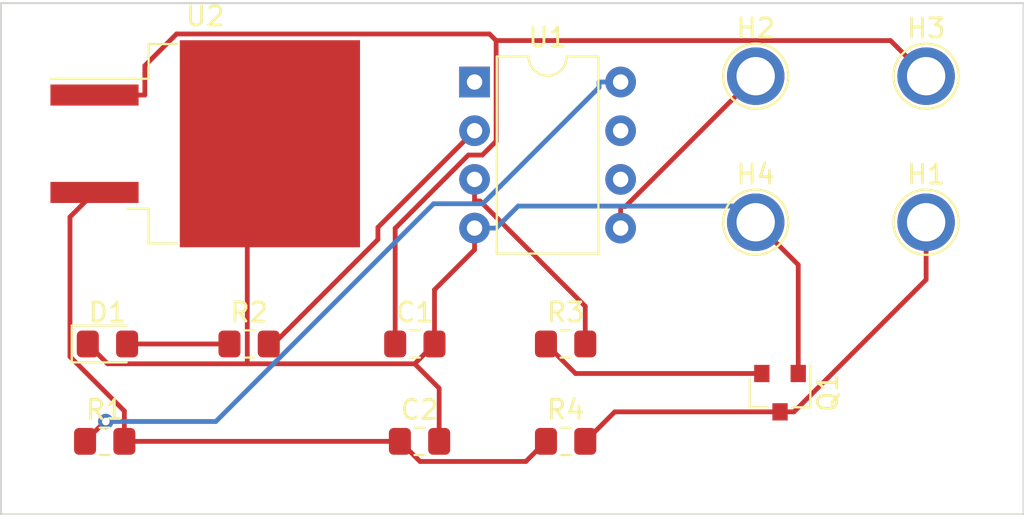
<source format=kicad_pcb>
(kicad_pcb (version 20171130) (host pcbnew 5.1.6)

  (general
    (thickness 1.6)
    (drawings 4)
    (tracks 69)
    (zones 0)
    (modules 14)
    (nets 14)
  )

  (page A4)
  (layers
    (0 F.Cu signal)
    (31 B.Cu signal)
    (32 B.Adhes user hide)
    (33 F.Adhes user hide)
    (34 B.Paste user hide)
    (35 F.Paste user hide)
    (36 B.SilkS user hide)
    (37 F.SilkS user)
    (38 B.Mask user hide)
    (39 F.Mask user)
    (40 Dwgs.User user hide)
    (41 Cmts.User user hide)
    (42 Eco1.User user hide)
    (43 Eco2.User user hide)
    (44 Edge.Cuts user)
    (45 Margin user hide)
    (46 B.CrtYd user hide)
    (47 F.CrtYd user)
    (48 B.Fab user)
    (49 F.Fab user)
  )

  (setup
    (last_trace_width 0.25)
    (trace_clearance 0.2)
    (zone_clearance 0.508)
    (zone_45_only no)
    (trace_min 0.2)
    (via_size 0.8)
    (via_drill 0.4)
    (via_min_size 0.4)
    (via_min_drill 0.3)
    (uvia_size 0.3)
    (uvia_drill 0.1)
    (uvias_allowed no)
    (uvia_min_size 0.2)
    (uvia_min_drill 0.1)
    (edge_width 0.05)
    (segment_width 0.2)
    (pcb_text_width 0.3)
    (pcb_text_size 1.5 1.5)
    (mod_edge_width 0.12)
    (mod_text_size 1 1)
    (mod_text_width 0.15)
    (pad_size 1.524 1.524)
    (pad_drill 0.762)
    (pad_to_mask_clearance 0.05)
    (aux_axis_origin 0 0)
    (visible_elements FFFFFF7F)
    (pcbplotparams
      (layerselection 0x3ffff_ffffffff)
      (usegerberextensions false)
      (usegerberattributes true)
      (usegerberadvancedattributes true)
      (creategerberjobfile false)
      (excludeedgelayer true)
      (linewidth 0.100000)
      (plotframeref false)
      (viasonmask false)
      (mode 1)
      (useauxorigin false)
      (hpglpennumber 1)
      (hpglpenspeed 20)
      (hpglpendiameter 15.000000)
      (psnegative false)
      (psa4output false)
      (plotreference true)
      (plotvalue true)
      (plotinvisibletext false)
      (padsonsilk false)
      (subtractmaskfromsilk false)
      (outputformat 1)
      (mirror false)
      (drillshape 0)
      (scaleselection 1)
      (outputdirectory "plots/"))
  )

  (net 0 "")
  (net 1 "Net-(D1-Pad2)")
  (net 2 "Net-(R1-Pad1)")
  (net 3 "Net-(R2-Pad2)")
  (net 4 "Net-(U1-Pad6)")
  (net 5 "Net-(U1-Pad1)")
  (net 6 "Net-(H1-Pad1)")
  (net 7 "Net-(H2-Pad1)")
  (net 8 "Net-(U1-Pad7)")
  (net 9 "Net-(C1-Pad2)")
  (net 10 "Net-(C1-Pad1)")
  (net 11 "Net-(C2-Pad1)")
  (net 12 "Net-(Q1-Pad2)")
  (net 13 "Net-(R3-Pad2)")

  (net_class Default "This is the default net class."
    (clearance 0.2)
    (trace_width 0.25)
    (via_dia 0.8)
    (via_drill 0.4)
    (uvia_dia 0.3)
    (uvia_drill 0.1)
    (add_net "Net-(C1-Pad1)")
    (add_net "Net-(C1-Pad2)")
    (add_net "Net-(C2-Pad1)")
    (add_net "Net-(D1-Pad2)")
    (add_net "Net-(H1-Pad1)")
    (add_net "Net-(H2-Pad1)")
    (add_net "Net-(Q1-Pad2)")
    (add_net "Net-(R1-Pad1)")
    (add_net "Net-(R2-Pad2)")
    (add_net "Net-(R3-Pad2)")
    (add_net "Net-(U1-Pad1)")
    (add_net "Net-(U1-Pad6)")
    (add_net "Net-(U1-Pad7)")
  )

  (module Package_TO_SOT_SMD:TO-263-2 (layer F.Cu) (tedit 5A70FB7B) (tstamp 5EE83362)
    (at 30.975 25.115)
    (descr "TO-263 / D2PAK / DDPAK SMD package, http://www.infineon.com/cms/en/product/packages/PG-TO263/PG-TO263-3-1/")
    (tags "D2PAK DDPAK TO-263 D2PAK-3 TO-263-3 SOT-404")
    (path /5EE809B0)
    (attr smd)
    (fp_text reference U2 (at 0 -6.65) (layer F.SilkS)
      (effects (font (size 1 1) (thickness 0.15)))
    )
    (fp_text value L7805 (at 0 6.65) (layer F.Fab)
      (effects (font (size 1 1) (thickness 0.15)))
    )
    (fp_text user %R (at 0 0) (layer F.Fab)
      (effects (font (size 1 1) (thickness 0.15)))
    )
    (fp_line (start 6.5 -5) (end 7.5 -5) (layer F.Fab) (width 0.1))
    (fp_line (start 7.5 -5) (end 7.5 5) (layer F.Fab) (width 0.1))
    (fp_line (start 7.5 5) (end 6.5 5) (layer F.Fab) (width 0.1))
    (fp_line (start 6.5 -5) (end 6.5 5) (layer F.Fab) (width 0.1))
    (fp_line (start 6.5 5) (end -2.75 5) (layer F.Fab) (width 0.1))
    (fp_line (start -2.75 5) (end -2.75 -4) (layer F.Fab) (width 0.1))
    (fp_line (start -2.75 -4) (end -1.75 -5) (layer F.Fab) (width 0.1))
    (fp_line (start -1.75 -5) (end 6.5 -5) (layer F.Fab) (width 0.1))
    (fp_line (start -2.75 -3.04) (end -7.45 -3.04) (layer F.Fab) (width 0.1))
    (fp_line (start -7.45 -3.04) (end -7.45 -2.04) (layer F.Fab) (width 0.1))
    (fp_line (start -7.45 -2.04) (end -2.75 -2.04) (layer F.Fab) (width 0.1))
    (fp_line (start -2.75 2.04) (end -7.45 2.04) (layer F.Fab) (width 0.1))
    (fp_line (start -7.45 2.04) (end -7.45 3.04) (layer F.Fab) (width 0.1))
    (fp_line (start -7.45 3.04) (end -2.75 3.04) (layer F.Fab) (width 0.1))
    (fp_line (start -1.45 -5.2) (end -2.95 -5.2) (layer F.SilkS) (width 0.12))
    (fp_line (start -2.95 -5.2) (end -2.95 -3.39) (layer F.SilkS) (width 0.12))
    (fp_line (start -2.95 -3.39) (end -8.075 -3.39) (layer F.SilkS) (width 0.12))
    (fp_line (start -1.45 5.2) (end -2.95 5.2) (layer F.SilkS) (width 0.12))
    (fp_line (start -2.95 5.2) (end -2.95 3.39) (layer F.SilkS) (width 0.12))
    (fp_line (start -2.95 3.39) (end -4.05 3.39) (layer F.SilkS) (width 0.12))
    (fp_line (start -8.32 -5.65) (end -8.32 5.65) (layer F.CrtYd) (width 0.05))
    (fp_line (start -8.32 5.65) (end 8.32 5.65) (layer F.CrtYd) (width 0.05))
    (fp_line (start 8.32 5.65) (end 8.32 -5.65) (layer F.CrtYd) (width 0.05))
    (fp_line (start 8.32 -5.65) (end -8.32 -5.65) (layer F.CrtYd) (width 0.05))
    (pad "" smd rect (at 0.95 2.775) (size 4.55 5.25) (layers F.Paste))
    (pad "" smd rect (at 5.8 -2.775) (size 4.55 5.25) (layers F.Paste))
    (pad "" smd rect (at 0.95 -2.775) (size 4.55 5.25) (layers F.Paste))
    (pad "" smd rect (at 5.8 2.775) (size 4.55 5.25) (layers F.Paste))
    (pad 2 smd rect (at 3.375 0) (size 9.4 10.8) (layers F.Cu F.Mask)
      (net 9 "Net-(C1-Pad2)"))
    (pad 3 smd rect (at -5.775 2.54) (size 4.6 1.1) (layers F.Cu F.Paste F.Mask)
      (net 11 "Net-(C2-Pad1)"))
    (pad 1 smd rect (at -5.775 -2.54) (size 4.6 1.1) (layers F.Cu F.Paste F.Mask)
      (net 10 "Net-(C1-Pad1)"))
    (model ${KISYS3DMOD}/Package_TO_SOT_SMD.3dshapes/TO-263-2.wrl
      (at (xyz 0 0 0))
      (scale (xyz 1 1 1))
      (rotate (xyz 0 0 0))
    )
  )

  (module Resistor_SMD:R_0805_2012Metric_Pad1.15x1.40mm_HandSolder (layer F.Cu) (tedit 5B36C52B) (tstamp 5EE8331E)
    (at 33.265 35.56)
    (descr "Resistor SMD 0805 (2012 Metric), square (rectangular) end terminal, IPC_7351 nominal with elongated pad for handsoldering. (Body size source: https://docs.google.com/spreadsheets/d/1BsfQQcO9C6DZCsRaXUlFlo91Tg2WpOkGARC1WS5S8t0/edit?usp=sharing), generated with kicad-footprint-generator")
    (tags "resistor handsolder")
    (path /5EE86B41)
    (attr smd)
    (fp_text reference R2 (at 0 -1.65) (layer F.SilkS)
      (effects (font (size 1 1) (thickness 0.15)))
    )
    (fp_text value 500R (at 0 1.65) (layer F.Fab)
      (effects (font (size 1 1) (thickness 0.15)))
    )
    (fp_text user %R (at 0 0) (layer F.Fab)
      (effects (font (size 0.5 0.5) (thickness 0.08)))
    )
    (fp_line (start -1 0.6) (end -1 -0.6) (layer F.Fab) (width 0.1))
    (fp_line (start -1 -0.6) (end 1 -0.6) (layer F.Fab) (width 0.1))
    (fp_line (start 1 -0.6) (end 1 0.6) (layer F.Fab) (width 0.1))
    (fp_line (start 1 0.6) (end -1 0.6) (layer F.Fab) (width 0.1))
    (fp_line (start -0.261252 -0.71) (end 0.261252 -0.71) (layer F.SilkS) (width 0.12))
    (fp_line (start -0.261252 0.71) (end 0.261252 0.71) (layer F.SilkS) (width 0.12))
    (fp_line (start -1.85 0.95) (end -1.85 -0.95) (layer F.CrtYd) (width 0.05))
    (fp_line (start -1.85 -0.95) (end 1.85 -0.95) (layer F.CrtYd) (width 0.05))
    (fp_line (start 1.85 -0.95) (end 1.85 0.95) (layer F.CrtYd) (width 0.05))
    (fp_line (start 1.85 0.95) (end -1.85 0.95) (layer F.CrtYd) (width 0.05))
    (pad 2 smd roundrect (at 1.025 0) (size 1.15 1.4) (layers F.Cu F.Paste F.Mask) (roundrect_rratio 0.217391)
      (net 3 "Net-(R2-Pad2)"))
    (pad 1 smd roundrect (at -1.025 0) (size 1.15 1.4) (layers F.Cu F.Paste F.Mask) (roundrect_rratio 0.217391)
      (net 1 "Net-(D1-Pad2)"))
    (model ${KISYS3DMOD}/Resistor_SMD.3dshapes/R_0805_2012Metric.wrl
      (at (xyz 0 0 0))
      (scale (xyz 1 1 1))
      (rotate (xyz 0 0 0))
    )
  )

  (module Resistor_SMD:R_0805_2012Metric_Pad1.15x1.40mm_HandSolder (layer F.Cu) (tedit 5B36C52B) (tstamp 5EEB3BCB)
    (at 25.7325 40.64)
    (descr "Resistor SMD 0805 (2012 Metric), square (rectangular) end terminal, IPC_7351 nominal with elongated pad for handsoldering. (Body size source: https://docs.google.com/spreadsheets/d/1BsfQQcO9C6DZCsRaXUlFlo91Tg2WpOkGARC1WS5S8t0/edit?usp=sharing), generated with kicad-footprint-generator")
    (tags "resistor handsolder")
    (path /5EE85CEA)
    (attr smd)
    (fp_text reference R1 (at 0 -1.65) (layer F.SilkS)
      (effects (font (size 1 1) (thickness 0.15)))
    )
    (fp_text value 200R (at 0 1.65) (layer F.Fab)
      (effects (font (size 1 1) (thickness 0.15)))
    )
    (fp_text user %R (at 0 0) (layer F.Fab)
      (effects (font (size 0.5 0.5) (thickness 0.08)))
    )
    (fp_line (start -1 0.6) (end -1 -0.6) (layer F.Fab) (width 0.1))
    (fp_line (start -1 -0.6) (end 1 -0.6) (layer F.Fab) (width 0.1))
    (fp_line (start 1 -0.6) (end 1 0.6) (layer F.Fab) (width 0.1))
    (fp_line (start 1 0.6) (end -1 0.6) (layer F.Fab) (width 0.1))
    (fp_line (start -0.261252 -0.71) (end 0.261252 -0.71) (layer F.SilkS) (width 0.12))
    (fp_line (start -0.261252 0.71) (end 0.261252 0.71) (layer F.SilkS) (width 0.12))
    (fp_line (start -1.85 0.95) (end -1.85 -0.95) (layer F.CrtYd) (width 0.05))
    (fp_line (start -1.85 -0.95) (end 1.85 -0.95) (layer F.CrtYd) (width 0.05))
    (fp_line (start 1.85 -0.95) (end 1.85 0.95) (layer F.CrtYd) (width 0.05))
    (fp_line (start 1.85 0.95) (end -1.85 0.95) (layer F.CrtYd) (width 0.05))
    (pad 2 smd roundrect (at 1.025 0) (size 1.15 1.4) (layers F.Cu F.Paste F.Mask) (roundrect_rratio 0.217391)
      (net 11 "Net-(C2-Pad1)"))
    (pad 1 smd roundrect (at -1.025 0) (size 1.15 1.4) (layers F.Cu F.Paste F.Mask) (roundrect_rratio 0.217391)
      (net 2 "Net-(R1-Pad1)"))
    (model ${KISYS3DMOD}/Resistor_SMD.3dshapes/R_0805_2012Metric.wrl
      (at (xyz 0 0 0))
      (scale (xyz 1 1 1))
      (rotate (xyz 0 0 0))
    )
  )

  (module LED_SMD:LED_0805_2012Metric_Pad1.15x1.40mm_HandSolder (layer F.Cu) (tedit 5B4B45C9) (tstamp 5EE832FC)
    (at 25.875 35.56)
    (descr "LED SMD 0805 (2012 Metric), square (rectangular) end terminal, IPC_7351 nominal, (Body size source: https://docs.google.com/spreadsheets/d/1BsfQQcO9C6DZCsRaXUlFlo91Tg2WpOkGARC1WS5S8t0/edit?usp=sharing), generated with kicad-footprint-generator")
    (tags "LED handsolder")
    (path /5EE84EA5)
    (attr smd)
    (fp_text reference D1 (at 0 -1.65) (layer F.SilkS)
      (effects (font (size 1 1) (thickness 0.15)))
    )
    (fp_text value LED (at 0 1.65) (layer F.Fab)
      (effects (font (size 1 1) (thickness 0.15)))
    )
    (fp_text user %R (at 0 0) (layer F.Fab)
      (effects (font (size 0.5 0.5) (thickness 0.08)))
    )
    (fp_line (start 1 -0.6) (end -0.7 -0.6) (layer F.Fab) (width 0.1))
    (fp_line (start -0.7 -0.6) (end -1 -0.3) (layer F.Fab) (width 0.1))
    (fp_line (start -1 -0.3) (end -1 0.6) (layer F.Fab) (width 0.1))
    (fp_line (start -1 0.6) (end 1 0.6) (layer F.Fab) (width 0.1))
    (fp_line (start 1 0.6) (end 1 -0.6) (layer F.Fab) (width 0.1))
    (fp_line (start 1 -0.96) (end -1.86 -0.96) (layer F.SilkS) (width 0.12))
    (fp_line (start -1.86 -0.96) (end -1.86 0.96) (layer F.SilkS) (width 0.12))
    (fp_line (start -1.86 0.96) (end 1 0.96) (layer F.SilkS) (width 0.12))
    (fp_line (start -1.85 0.95) (end -1.85 -0.95) (layer F.CrtYd) (width 0.05))
    (fp_line (start -1.85 -0.95) (end 1.85 -0.95) (layer F.CrtYd) (width 0.05))
    (fp_line (start 1.85 -0.95) (end 1.85 0.95) (layer F.CrtYd) (width 0.05))
    (fp_line (start 1.85 0.95) (end -1.85 0.95) (layer F.CrtYd) (width 0.05))
    (pad 2 smd roundrect (at 1.025 0) (size 1.15 1.4) (layers F.Cu F.Paste F.Mask) (roundrect_rratio 0.217391)
      (net 1 "Net-(D1-Pad2)"))
    (pad 1 smd roundrect (at -1.025 0) (size 1.15 1.4) (layers F.Cu F.Paste F.Mask) (roundrect_rratio 0.217391)
      (net 9 "Net-(C1-Pad2)"))
    (model ${KISYS3DMOD}/LED_SMD.3dshapes/LED_0805_2012Metric.wrl
      (at (xyz 0 0 0))
      (scale (xyz 1 1 1))
      (rotate (xyz 0 0 0))
    )
  )

  (module Resistor_SMD:R_0805_2012Metric_Pad1.15x1.40mm_HandSolder (layer F.Cu) (tedit 5B36C52B) (tstamp 5F01067D)
    (at 49.775 40.64)
    (descr "Resistor SMD 0805 (2012 Metric), square (rectangular) end terminal, IPC_7351 nominal with elongated pad for handsoldering. (Body size source: https://docs.google.com/spreadsheets/d/1BsfQQcO9C6DZCsRaXUlFlo91Tg2WpOkGARC1WS5S8t0/edit?usp=sharing), generated with kicad-footprint-generator")
    (tags "resistor handsolder")
    (path /5F0212E3)
    (attr smd)
    (fp_text reference R4 (at 0 -1.65) (layer F.SilkS)
      (effects (font (size 1 1) (thickness 0.15)))
    )
    (fp_text value 1k (at 0 1.65) (layer F.Fab)
      (effects (font (size 1 1) (thickness 0.15)))
    )
    (fp_text user %R (at 0 0) (layer F.Fab)
      (effects (font (size 0.5 0.5) (thickness 0.08)))
    )
    (fp_line (start -1 0.6) (end -1 -0.6) (layer F.Fab) (width 0.1))
    (fp_line (start -1 -0.6) (end 1 -0.6) (layer F.Fab) (width 0.1))
    (fp_line (start 1 -0.6) (end 1 0.6) (layer F.Fab) (width 0.1))
    (fp_line (start 1 0.6) (end -1 0.6) (layer F.Fab) (width 0.1))
    (fp_line (start -0.261252 -0.71) (end 0.261252 -0.71) (layer F.SilkS) (width 0.12))
    (fp_line (start -0.261252 0.71) (end 0.261252 0.71) (layer F.SilkS) (width 0.12))
    (fp_line (start -1.85 0.95) (end -1.85 -0.95) (layer F.CrtYd) (width 0.05))
    (fp_line (start -1.85 -0.95) (end 1.85 -0.95) (layer F.CrtYd) (width 0.05))
    (fp_line (start 1.85 -0.95) (end 1.85 0.95) (layer F.CrtYd) (width 0.05))
    (fp_line (start 1.85 0.95) (end -1.85 0.95) (layer F.CrtYd) (width 0.05))
    (pad 2 smd roundrect (at 1.025 0) (size 1.15 1.4) (layers F.Cu F.Paste F.Mask) (roundrect_rratio 0.217391)
      (net 6 "Net-(H1-Pad1)"))
    (pad 1 smd roundrect (at -1.025 0) (size 1.15 1.4) (layers F.Cu F.Paste F.Mask) (roundrect_rratio 0.217391)
      (net 11 "Net-(C2-Pad1)"))
    (model ${KISYS3DMOD}/Resistor_SMD.3dshapes/R_0805_2012Metric.wrl
      (at (xyz 0 0 0))
      (scale (xyz 1 1 1))
      (rotate (xyz 0 0 0))
    )
  )

  (module Resistor_SMD:R_0805_2012Metric_Pad1.15x1.40mm_HandSolder (layer F.Cu) (tedit 5B36C52B) (tstamp 5F01066C)
    (at 49.775 35.56)
    (descr "Resistor SMD 0805 (2012 Metric), square (rectangular) end terminal, IPC_7351 nominal with elongated pad for handsoldering. (Body size source: https://docs.google.com/spreadsheets/d/1BsfQQcO9C6DZCsRaXUlFlo91Tg2WpOkGARC1WS5S8t0/edit?usp=sharing), generated with kicad-footprint-generator")
    (tags "resistor handsolder")
    (path /5F011B69)
    (attr smd)
    (fp_text reference R3 (at 0 -1.65) (layer F.SilkS)
      (effects (font (size 1 1) (thickness 0.15)))
    )
    (fp_text value 1k (at 0 1.65) (layer F.Fab)
      (effects (font (size 1 1) (thickness 0.15)))
    )
    (fp_text user %R (at 0 0) (layer F.Fab)
      (effects (font (size 0.5 0.5) (thickness 0.08)))
    )
    (fp_line (start -1 0.6) (end -1 -0.6) (layer F.Fab) (width 0.1))
    (fp_line (start -1 -0.6) (end 1 -0.6) (layer F.Fab) (width 0.1))
    (fp_line (start 1 -0.6) (end 1 0.6) (layer F.Fab) (width 0.1))
    (fp_line (start 1 0.6) (end -1 0.6) (layer F.Fab) (width 0.1))
    (fp_line (start -0.261252 -0.71) (end 0.261252 -0.71) (layer F.SilkS) (width 0.12))
    (fp_line (start -0.261252 0.71) (end 0.261252 0.71) (layer F.SilkS) (width 0.12))
    (fp_line (start -1.85 0.95) (end -1.85 -0.95) (layer F.CrtYd) (width 0.05))
    (fp_line (start -1.85 -0.95) (end 1.85 -0.95) (layer F.CrtYd) (width 0.05))
    (fp_line (start 1.85 -0.95) (end 1.85 0.95) (layer F.CrtYd) (width 0.05))
    (fp_line (start 1.85 0.95) (end -1.85 0.95) (layer F.CrtYd) (width 0.05))
    (pad 2 smd roundrect (at 1.025 0) (size 1.15 1.4) (layers F.Cu F.Paste F.Mask) (roundrect_rratio 0.217391)
      (net 13 "Net-(R3-Pad2)"))
    (pad 1 smd roundrect (at -1.025 0) (size 1.15 1.4) (layers F.Cu F.Paste F.Mask) (roundrect_rratio 0.217391)
      (net 12 "Net-(Q1-Pad2)"))
    (model ${KISYS3DMOD}/Resistor_SMD.3dshapes/R_0805_2012Metric.wrl
      (at (xyz 0 0 0))
      (scale (xyz 1 1 1))
      (rotate (xyz 0 0 0))
    )
  )

  (module Package_TO_SOT_SMD:SOT-23 (layer F.Cu) (tedit 5A02FF57) (tstamp 5F01063B)
    (at 60.96 38.1 270)
    (descr "SOT-23, Standard")
    (tags SOT-23)
    (path /5F020487)
    (attr smd)
    (fp_text reference Q1 (at 0 -2.5 90) (layer F.SilkS)
      (effects (font (size 1 1) (thickness 0.15)))
    )
    (fp_text value 2N2219 (at 0 2.5 90) (layer F.Fab)
      (effects (font (size 1 1) (thickness 0.15)))
    )
    (fp_text user %R (at 0 0) (layer F.Fab)
      (effects (font (size 0.5 0.5) (thickness 0.075)))
    )
    (fp_line (start -0.7 -0.95) (end -0.7 1.5) (layer F.Fab) (width 0.1))
    (fp_line (start -0.15 -1.52) (end 0.7 -1.52) (layer F.Fab) (width 0.1))
    (fp_line (start -0.7 -0.95) (end -0.15 -1.52) (layer F.Fab) (width 0.1))
    (fp_line (start 0.7 -1.52) (end 0.7 1.52) (layer F.Fab) (width 0.1))
    (fp_line (start -0.7 1.52) (end 0.7 1.52) (layer F.Fab) (width 0.1))
    (fp_line (start 0.76 1.58) (end 0.76 0.65) (layer F.SilkS) (width 0.12))
    (fp_line (start 0.76 -1.58) (end 0.76 -0.65) (layer F.SilkS) (width 0.12))
    (fp_line (start -1.7 -1.75) (end 1.7 -1.75) (layer F.CrtYd) (width 0.05))
    (fp_line (start 1.7 -1.75) (end 1.7 1.75) (layer F.CrtYd) (width 0.05))
    (fp_line (start 1.7 1.75) (end -1.7 1.75) (layer F.CrtYd) (width 0.05))
    (fp_line (start -1.7 1.75) (end -1.7 -1.75) (layer F.CrtYd) (width 0.05))
    (fp_line (start 0.76 -1.58) (end -1.4 -1.58) (layer F.SilkS) (width 0.12))
    (fp_line (start 0.76 1.58) (end -0.7 1.58) (layer F.SilkS) (width 0.12))
    (pad 3 smd rect (at 1 0 270) (size 0.9 0.8) (layers F.Cu F.Paste F.Mask)
      (net 6 "Net-(H1-Pad1)"))
    (pad 2 smd rect (at -1 0.95 270) (size 0.9 0.8) (layers F.Cu F.Paste F.Mask)
      (net 12 "Net-(Q1-Pad2)"))
    (pad 1 smd rect (at -1 -0.95 270) (size 0.9 0.8) (layers F.Cu F.Paste F.Mask)
      (net 9 "Net-(C1-Pad2)"))
    (model ${KISYS3DMOD}/Package_TO_SOT_SMD.3dshapes/SOT-23.wrl
      (at (xyz 0 0 0))
      (scale (xyz 1 1 1))
      (rotate (xyz 0 0 0))
    )
  )

  (module Capacitor_SMD:C_0805_2012Metric_Pad1.15x1.40mm_HandSolder (layer F.Cu) (tedit 5B36C52B) (tstamp 5F0105CA)
    (at 42.155 40.64)
    (descr "Capacitor SMD 0805 (2012 Metric), square (rectangular) end terminal, IPC_7351 nominal with elongated pad for handsoldering. (Body size source: https://docs.google.com/spreadsheets/d/1BsfQQcO9C6DZCsRaXUlFlo91Tg2WpOkGARC1WS5S8t0/edit?usp=sharing), generated with kicad-footprint-generator")
    (tags "capacitor handsolder")
    (path /5F00B1F8)
    (attr smd)
    (fp_text reference C2 (at 0 -1.65) (layer F.SilkS)
      (effects (font (size 1 1) (thickness 0.15)))
    )
    (fp_text value 0.22uF (at 0 1.65) (layer F.Fab)
      (effects (font (size 1 1) (thickness 0.15)))
    )
    (fp_text user %R (at 0 0) (layer F.Fab)
      (effects (font (size 0.5 0.5) (thickness 0.08)))
    )
    (fp_line (start -1 0.6) (end -1 -0.6) (layer F.Fab) (width 0.1))
    (fp_line (start -1 -0.6) (end 1 -0.6) (layer F.Fab) (width 0.1))
    (fp_line (start 1 -0.6) (end 1 0.6) (layer F.Fab) (width 0.1))
    (fp_line (start 1 0.6) (end -1 0.6) (layer F.Fab) (width 0.1))
    (fp_line (start -0.261252 -0.71) (end 0.261252 -0.71) (layer F.SilkS) (width 0.12))
    (fp_line (start -0.261252 0.71) (end 0.261252 0.71) (layer F.SilkS) (width 0.12))
    (fp_line (start -1.85 0.95) (end -1.85 -0.95) (layer F.CrtYd) (width 0.05))
    (fp_line (start -1.85 -0.95) (end 1.85 -0.95) (layer F.CrtYd) (width 0.05))
    (fp_line (start 1.85 -0.95) (end 1.85 0.95) (layer F.CrtYd) (width 0.05))
    (fp_line (start 1.85 0.95) (end -1.85 0.95) (layer F.CrtYd) (width 0.05))
    (pad 2 smd roundrect (at 1.025 0) (size 1.15 1.4) (layers F.Cu F.Paste F.Mask) (roundrect_rratio 0.217391)
      (net 9 "Net-(C1-Pad2)"))
    (pad 1 smd roundrect (at -1.025 0) (size 1.15 1.4) (layers F.Cu F.Paste F.Mask) (roundrect_rratio 0.217391)
      (net 11 "Net-(C2-Pad1)"))
    (model ${KISYS3DMOD}/Capacitor_SMD.3dshapes/C_0805_2012Metric.wrl
      (at (xyz 0 0 0))
      (scale (xyz 1 1 1))
      (rotate (xyz 0 0 0))
    )
  )

  (module Capacitor_SMD:C_0805_2012Metric_Pad1.15x1.40mm_HandSolder (layer F.Cu) (tedit 5B36C52B) (tstamp 5F0105B9)
    (at 41.91 35.56)
    (descr "Capacitor SMD 0805 (2012 Metric), square (rectangular) end terminal, IPC_7351 nominal with elongated pad for handsoldering. (Body size source: https://docs.google.com/spreadsheets/d/1BsfQQcO9C6DZCsRaXUlFlo91Tg2WpOkGARC1WS5S8t0/edit?usp=sharing), generated with kicad-footprint-generator")
    (tags "capacitor handsolder")
    (path /5F009EEF)
    (attr smd)
    (fp_text reference C1 (at 0 -1.65) (layer F.SilkS)
      (effects (font (size 1 1) (thickness 0.15)))
    )
    (fp_text value 0.47uF (at 0 1.65) (layer F.Fab)
      (effects (font (size 1 1) (thickness 0.15)))
    )
    (fp_text user %R (at 0 0) (layer F.Fab)
      (effects (font (size 0.5 0.5) (thickness 0.08)))
    )
    (fp_line (start -1 0.6) (end -1 -0.6) (layer F.Fab) (width 0.1))
    (fp_line (start -1 -0.6) (end 1 -0.6) (layer F.Fab) (width 0.1))
    (fp_line (start 1 -0.6) (end 1 0.6) (layer F.Fab) (width 0.1))
    (fp_line (start 1 0.6) (end -1 0.6) (layer F.Fab) (width 0.1))
    (fp_line (start -0.261252 -0.71) (end 0.261252 -0.71) (layer F.SilkS) (width 0.12))
    (fp_line (start -0.261252 0.71) (end 0.261252 0.71) (layer F.SilkS) (width 0.12))
    (fp_line (start -1.85 0.95) (end -1.85 -0.95) (layer F.CrtYd) (width 0.05))
    (fp_line (start -1.85 -0.95) (end 1.85 -0.95) (layer F.CrtYd) (width 0.05))
    (fp_line (start 1.85 -0.95) (end 1.85 0.95) (layer F.CrtYd) (width 0.05))
    (fp_line (start 1.85 0.95) (end -1.85 0.95) (layer F.CrtYd) (width 0.05))
    (pad 2 smd roundrect (at 1.025 0) (size 1.15 1.4) (layers F.Cu F.Paste F.Mask) (roundrect_rratio 0.217391)
      (net 9 "Net-(C1-Pad2)"))
    (pad 1 smd roundrect (at -1.025 0) (size 1.15 1.4) (layers F.Cu F.Paste F.Mask) (roundrect_rratio 0.217391)
      (net 10 "Net-(C1-Pad1)"))
    (model ${KISYS3DMOD}/Capacitor_SMD.3dshapes/C_0805_2012Metric.wrl
      (at (xyz 0 0 0))
      (scale (xyz 1 1 1))
      (rotate (xyz 0 0 0))
    )
  )

  (module TestPoint:TestPoint_Plated_Hole_D2.0mm (layer F.Cu) (tedit 5A0F774F) (tstamp 5EE82C48)
    (at 59.69 29.21)
    (descr "Plated Hole as test Point, diameter 2.0mm")
    (tags "test point plated hole")
    (path /5EE97C63)
    (attr virtual)
    (fp_text reference H4 (at 0 -2.498) (layer F.SilkS)
      (effects (font (size 1 1) (thickness 0.15)))
    )
    (fp_text value GND_Jetson (at 0 2.45) (layer F.Fab)
      (effects (font (size 1 1) (thickness 0.15)))
    )
    (fp_circle (center 0 0) (end 1.8 0) (layer F.CrtYd) (width 0.05))
    (fp_circle (center 0 0) (end 0 -1.7) (layer F.SilkS) (width 0.12))
    (fp_text user %R (at 0 -2.5) (layer F.Fab)
      (effects (font (size 1 1) (thickness 0.15)))
    )
    (pad 1 thru_hole circle (at 0 0) (size 3 3) (drill 2) (layers *.Cu *.Mask)
      (net 9 "Net-(C1-Pad2)"))
  )

  (module TestPoint:TestPoint_Plated_Hole_D2.0mm (layer F.Cu) (tedit 5A0F774F) (tstamp 5EE82C40)
    (at 68.58 21.59)
    (descr "Plated Hole as test Point, diameter 2.0mm")
    (tags "test point plated hole")
    (path /5EE96C0B)
    (attr virtual)
    (fp_text reference H3 (at 0 -2.498) (layer F.SilkS)
      (effects (font (size 1 1) (thickness 0.15)))
    )
    (fp_text value VCC_Jetson (at 0 2.45) (layer F.Fab)
      (effects (font (size 1 1) (thickness 0.15)))
    )
    (fp_circle (center 0 0) (end 1.8 0) (layer F.CrtYd) (width 0.05))
    (fp_circle (center 0 0) (end 0 -1.7) (layer F.SilkS) (width 0.12))
    (fp_text user %R (at 0 -2.5) (layer F.Fab)
      (effects (font (size 1 1) (thickness 0.15)))
    )
    (pad 1 thru_hole circle (at 0 0) (size 3 3) (drill 2) (layers *.Cu *.Mask)
      (net 10 "Net-(C1-Pad1)"))
  )

  (module TestPoint:TestPoint_Plated_Hole_D2.0mm (layer F.Cu) (tedit 5A0F774F) (tstamp 5EE82C38)
    (at 59.69 21.59)
    (descr "Plated Hole as test Point, diameter 2.0mm")
    (tags "test point plated hole")
    (path /5EE99195)
    (attr virtual)
    (fp_text reference H2 (at 0 -2.498) (layer F.SilkS)
      (effects (font (size 1 1) (thickness 0.15)))
    )
    (fp_text value OFF_J20 (at 0 2.45) (layer F.Fab)
      (effects (font (size 1 1) (thickness 0.15)))
    )
    (fp_circle (center 0 0) (end 1.8 0) (layer F.CrtYd) (width 0.05))
    (fp_circle (center 0 0) (end 0 -1.7) (layer F.SilkS) (width 0.12))
    (fp_text user %R (at 0 -2.5) (layer F.Fab)
      (effects (font (size 1 1) (thickness 0.15)))
    )
    (pad 1 thru_hole circle (at 0 0) (size 3 3) (drill 2) (layers *.Cu *.Mask)
      (net 7 "Net-(H2-Pad1)"))
  )

  (module TestPoint:TestPoint_Plated_Hole_D2.0mm (layer F.Cu) (tedit 5A0F774F) (tstamp 5EE82C30)
    (at 68.58 29.21)
    (descr "Plated Hole as test Point, diameter 2.0mm")
    (tags "test point plated hole")
    (path /5EE987D1)
    (attr virtual)
    (fp_text reference H1 (at 0 -2.498) (layer F.SilkS)
      (effects (font (size 1 1) (thickness 0.15)))
    )
    (fp_text value PWR_J20 (at 0 2.45) (layer F.Fab)
      (effects (font (size 1 1) (thickness 0.15)))
    )
    (fp_circle (center 0 0) (end 1.8 0) (layer F.CrtYd) (width 0.05))
    (fp_circle (center 0 0) (end 0 -1.7) (layer F.SilkS) (width 0.12))
    (fp_text user %R (at 0 -2.5) (layer F.Fab)
      (effects (font (size 1 1) (thickness 0.15)))
    )
    (pad 1 thru_hole circle (at 0 0) (size 3 3) (drill 2) (layers *.Cu *.Mask)
      (net 6 "Net-(H1-Pad1)"))
  )

  (module Package_DIP:DIP-8_W7.62mm (layer F.Cu) (tedit 5A02E8C5) (tstamp 5EE8333A)
    (at 45.025 21.895)
    (descr "8-lead though-hole mounted DIP package, row spacing 7.62 mm (300 mils)")
    (tags "THT DIP DIL PDIP 2.54mm 7.62mm 300mil")
    (path /5EE7C9D3)
    (fp_text reference U1 (at 3.81 -2.33) (layer F.SilkS)
      (effects (font (size 1 1) (thickness 0.15)))
    )
    (fp_text value ATtiny85-20PU (at 3.81 9.95) (layer F.Fab)
      (effects (font (size 1 1) (thickness 0.15)))
    )
    (fp_line (start 8.7 -1.55) (end -1.1 -1.55) (layer F.CrtYd) (width 0.05))
    (fp_line (start 8.7 9.15) (end 8.7 -1.55) (layer F.CrtYd) (width 0.05))
    (fp_line (start -1.1 9.15) (end 8.7 9.15) (layer F.CrtYd) (width 0.05))
    (fp_line (start -1.1 -1.55) (end -1.1 9.15) (layer F.CrtYd) (width 0.05))
    (fp_line (start 6.46 -1.33) (end 4.81 -1.33) (layer F.SilkS) (width 0.12))
    (fp_line (start 6.46 8.95) (end 6.46 -1.33) (layer F.SilkS) (width 0.12))
    (fp_line (start 1.16 8.95) (end 6.46 8.95) (layer F.SilkS) (width 0.12))
    (fp_line (start 1.16 -1.33) (end 1.16 8.95) (layer F.SilkS) (width 0.12))
    (fp_line (start 2.81 -1.33) (end 1.16 -1.33) (layer F.SilkS) (width 0.12))
    (fp_line (start 0.635 -0.27) (end 1.635 -1.27) (layer F.Fab) (width 0.1))
    (fp_line (start 0.635 8.89) (end 0.635 -0.27) (layer F.Fab) (width 0.1))
    (fp_line (start 6.985 8.89) (end 0.635 8.89) (layer F.Fab) (width 0.1))
    (fp_line (start 6.985 -1.27) (end 6.985 8.89) (layer F.Fab) (width 0.1))
    (fp_line (start 1.635 -1.27) (end 6.985 -1.27) (layer F.Fab) (width 0.1))
    (fp_text user %R (at 3.81 3.81) (layer F.Fab)
      (effects (font (size 1 1) (thickness 0.15)))
    )
    (fp_arc (start 3.81 -1.33) (end 2.81 -1.33) (angle -180) (layer F.SilkS) (width 0.12))
    (pad 8 thru_hole oval (at 7.62 0) (size 1.6 1.6) (drill 0.8) (layers *.Cu *.Mask)
      (net 2 "Net-(R1-Pad1)"))
    (pad 4 thru_hole oval (at 0 7.62) (size 1.6 1.6) (drill 0.8) (layers *.Cu *.Mask)
      (net 9 "Net-(C1-Pad2)"))
    (pad 7 thru_hole oval (at 7.62 2.54) (size 1.6 1.6) (drill 0.8) (layers *.Cu *.Mask)
      (net 8 "Net-(U1-Pad7)"))
    (pad 3 thru_hole oval (at 0 5.08) (size 1.6 1.6) (drill 0.8) (layers *.Cu *.Mask)
      (net 13 "Net-(R3-Pad2)"))
    (pad 6 thru_hole oval (at 7.62 5.08) (size 1.6 1.6) (drill 0.8) (layers *.Cu *.Mask)
      (net 4 "Net-(U1-Pad6)"))
    (pad 2 thru_hole oval (at 0 2.54) (size 1.6 1.6) (drill 0.8) (layers *.Cu *.Mask)
      (net 3 "Net-(R2-Pad2)"))
    (pad 5 thru_hole oval (at 7.62 7.62) (size 1.6 1.6) (drill 0.8) (layers *.Cu *.Mask)
      (net 7 "Net-(H2-Pad1)"))
    (pad 1 thru_hole rect (at 0 0) (size 1.6 1.6) (drill 0.8) (layers *.Cu *.Mask)
      (net 5 "Net-(U1-Pad1)"))
    (model ${KISYS3DMOD}/Package_DIP.3dshapes/DIP-8_W7.62mm.wrl
      (at (xyz 0 0 0))
      (scale (xyz 1 1 1))
      (rotate (xyz 0 0 0))
    )
  )

  (gr_line (start 73.66 17.78) (end 73.66 44.45) (layer Edge.Cuts) (width 0.1))
  (gr_line (start 20.32 17.78) (end 73.66 17.78) (layer Edge.Cuts) (width 0.1))
  (gr_line (start 20.32 44.45) (end 20.32 17.78) (layer Edge.Cuts) (width 0.1))
  (gr_line (start 73.66 44.45) (end 20.32 44.45) (layer Edge.Cuts) (width 0.1))

  (segment (start 26.9 35.56) (end 32.24 35.56) (width 0.25) (layer F.Cu) (net 1))
  (segment (start 24.7075 40.64) (end 25.7439 39.6036) (width 0.25) (layer F.Cu) (net 2))
  (segment (start 25.7439 39.6036) (end 25.7885 39.6036) (width 0.25) (layer F.Cu) (net 2))
  (segment (start 51.5197 21.895) (end 51.5197 22.1763) (width 0.25) (layer B.Cu) (net 2))
  (segment (start 51.5197 22.1763) (end 45.451 28.245) (width 0.25) (layer B.Cu) (net 2))
  (segment (start 45.451 28.245) (end 42.8878 28.245) (width 0.25) (layer B.Cu) (net 2))
  (segment (start 42.8878 28.245) (end 31.5292 39.6036) (width 0.25) (layer B.Cu) (net 2))
  (segment (start 31.5292 39.6036) (end 25.7885 39.6036) (width 0.25) (layer B.Cu) (net 2))
  (segment (start 52.645 21.895) (end 51.5197 21.895) (width 0.25) (layer B.Cu) (net 2))
  (via (at 25.7885 39.6036) (size 0.8) (layers F.Cu B.Cu) (net 2))
  (segment (start 45.025 24.435) (end 39.9836 29.4764) (width 0.25) (layer F.Cu) (net 3))
  (segment (start 39.9836 29.4764) (end 39.9836 30.11) (width 0.25) (layer F.Cu) (net 3))
  (segment (start 39.9836 30.11) (end 34.5336 35.56) (width 0.25) (layer F.Cu) (net 3))
  (segment (start 34.5336 35.56) (end 34.29 35.56) (width 0.25) (layer F.Cu) (net 3))
  (segment (start 60.96 39.1) (end 61.6853 39.1) (width 0.25) (layer F.Cu) (net 6))
  (segment (start 68.58 29.21) (end 68.58 32.2053) (width 0.25) (layer F.Cu) (net 6))
  (segment (start 68.58 32.2053) (end 61.6853 39.1) (width 0.25) (layer F.Cu) (net 6))
  (segment (start 60.96 39.1) (end 52.34 39.1) (width 0.25) (layer F.Cu) (net 6))
  (segment (start 52.34 39.1) (end 50.8 40.64) (width 0.25) (layer F.Cu) (net 6))
  (segment (start 52.645 29.515) (end 52.645 28.3897) (width 0.25) (layer F.Cu) (net 7))
  (segment (start 52.645 28.3897) (end 52.8903 28.3897) (width 0.25) (layer F.Cu) (net 7))
  (segment (start 52.8903 28.3897) (end 59.69 21.59) (width 0.25) (layer F.Cu) (net 7))
  (segment (start 41.9016 36.5934) (end 43.18 37.8718) (width 0.25) (layer F.Cu) (net 9))
  (segment (start 43.18 37.8718) (end 43.18 40.64) (width 0.25) (layer F.Cu) (net 9))
  (segment (start 41.9016 36.5934) (end 42.935 35.56) (width 0.25) (layer F.Cu) (net 9))
  (segment (start 33.17 36.5934) (end 41.9016 36.5934) (width 0.25) (layer F.Cu) (net 9))
  (segment (start 33.17 36.5934) (end 33.17 25.9999) (width 0.25) (layer F.Cu) (net 9))
  (segment (start 33.17 25.9999) (end 33.075 25.9049) (width 0.25) (layer F.Cu) (net 9))
  (segment (start 24.85 35.56) (end 25.8834 36.5934) (width 0.25) (layer F.Cu) (net 9))
  (segment (start 25.8834 36.5934) (end 33.17 36.5934) (width 0.25) (layer F.Cu) (net 9))
  (segment (start 33.075 25.5099) (end 33.075 25.9049) (width 0.25) (layer F.Cu) (net 9))
  (segment (start 45.025 29.515) (end 46.1503 29.515) (width 0.25) (layer B.Cu) (net 9))
  (segment (start 46.1503 29.515) (end 47.2997 28.3656) (width 0.25) (layer B.Cu) (net 9))
  (segment (start 47.2997 28.3656) (end 58.8456 28.3656) (width 0.25) (layer B.Cu) (net 9))
  (segment (start 58.8456 28.3656) (end 59.69 29.21) (width 0.25) (layer B.Cu) (net 9))
  (segment (start 45.025 30.6403) (end 42.935 32.7303) (width 0.25) (layer F.Cu) (net 9))
  (segment (start 42.935 32.7303) (end 42.935 35.56) (width 0.25) (layer F.Cu) (net 9))
  (segment (start 61.91 37.1) (end 61.91 31.43) (width 0.25) (layer F.Cu) (net 9))
  (segment (start 61.91 31.43) (end 59.69 29.21) (width 0.25) (layer F.Cu) (net 9))
  (segment (start 33.075 25.5099) (end 33.9551 25.5099) (width 0.25) (layer F.Cu) (net 9))
  (segment (start 33.9551 25.5099) (end 34.35 25.115) (width 0.25) (layer F.Cu) (net 9))
  (segment (start 33.075 25.115) (end 33.075 25.5099) (width 0.25) (layer F.Cu) (net 9))
  (segment (start 45.025 29.515) (end 45.025 30.6403) (width 0.25) (layer F.Cu) (net 9))
  (segment (start 46.1504 19.7334) (end 45.8066 19.3896) (width 0.25) (layer F.Cu) (net 10))
  (segment (start 45.8066 19.3896) (end 29.4791 19.3896) (width 0.25) (layer F.Cu) (net 10))
  (segment (start 29.4791 19.3896) (end 27.8253 21.0434) (width 0.25) (layer F.Cu) (net 10))
  (segment (start 27.8253 21.0434) (end 27.8253 22.575) (width 0.25) (layer F.Cu) (net 10))
  (segment (start 40.885 35.56) (end 40.885 29.5234) (width 0.25) (layer F.Cu) (net 10))
  (segment (start 40.885 29.5234) (end 44.7034 25.705) (width 0.25) (layer F.Cu) (net 10))
  (segment (start 44.7034 25.705) (end 45.427 25.705) (width 0.25) (layer F.Cu) (net 10))
  (segment (start 45.427 25.705) (end 46.1504 24.9816) (width 0.25) (layer F.Cu) (net 10))
  (segment (start 46.1504 24.9816) (end 46.1504 19.7334) (width 0.25) (layer F.Cu) (net 10))
  (segment (start 68.58 21.59) (end 66.7234 19.7334) (width 0.25) (layer F.Cu) (net 10))
  (segment (start 66.7234 19.7334) (end 46.1504 19.7334) (width 0.25) (layer F.Cu) (net 10))
  (segment (start 25.2 22.575) (end 27.8253 22.575) (width 0.25) (layer F.Cu) (net 10))
  (segment (start 26.7575 40.64) (end 26.7575 39.0568) (width 0.25) (layer F.Cu) (net 11))
  (segment (start 26.7575 39.0568) (end 23.9203 36.2196) (width 0.25) (layer F.Cu) (net 11))
  (segment (start 23.9203 36.2196) (end 23.9203 28.9347) (width 0.25) (layer F.Cu) (net 11))
  (segment (start 23.9203 28.9347) (end 25.2 27.655) (width 0.25) (layer F.Cu) (net 11))
  (segment (start 26.7575 40.64) (end 41.13 40.64) (width 0.25) (layer F.Cu) (net 11))
  (segment (start 41.13 40.64) (end 42.1783 41.6883) (width 0.25) (layer F.Cu) (net 11))
  (segment (start 42.1783 41.6883) (end 47.7017 41.6883) (width 0.25) (layer F.Cu) (net 11))
  (segment (start 47.7017 41.6883) (end 48.75 40.64) (width 0.25) (layer F.Cu) (net 11))
  (segment (start 60.01 37.1) (end 50.29 37.1) (width 0.25) (layer F.Cu) (net 12))
  (segment (start 50.29 37.1) (end 48.75 35.56) (width 0.25) (layer F.Cu) (net 12))
  (segment (start 45.025 26.975) (end 45.025 28.1003) (width 0.25) (layer F.Cu) (net 13))
  (segment (start 45.025 28.1003) (end 45.3063 28.1003) (width 0.25) (layer F.Cu) (net 13))
  (segment (start 45.3063 28.1003) (end 50.8 33.594) (width 0.25) (layer F.Cu) (net 13))
  (segment (start 50.8 33.594) (end 50.8 35.56) (width 0.25) (layer F.Cu) (net 13))

)

</source>
